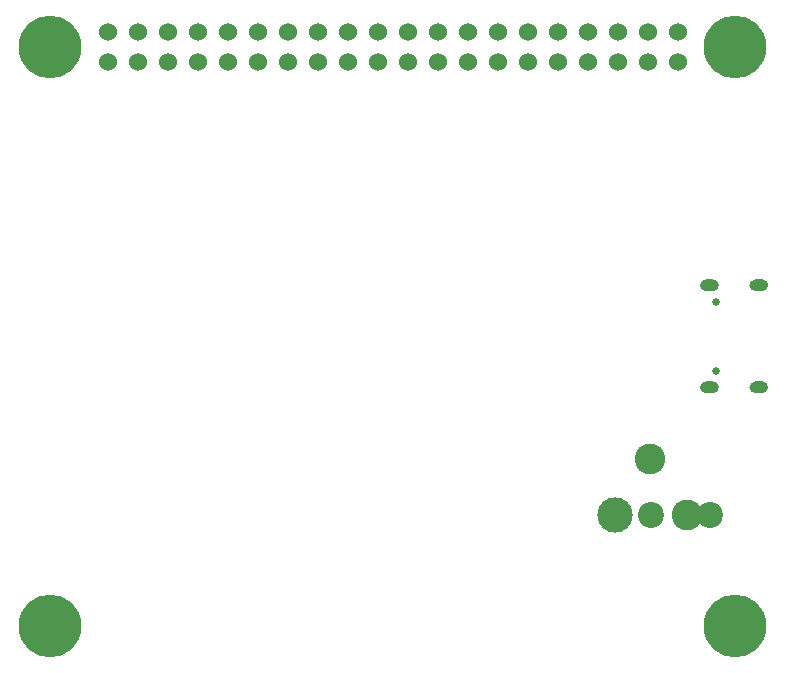
<source format=gbs>
%TF.GenerationSoftware,KiCad,Pcbnew,(5.1.8)-1*%
%TF.CreationDate,2021-02-22T22:13:28+01:00*%
%TF.ProjectId,radioberry-juice,72616469-6f62-4657-9272-792d6a756963,rev?*%
%TF.SameCoordinates,Original*%
%TF.FileFunction,Soldermask,Bot*%
%TF.FilePolarity,Negative*%
%FSLAX46Y46*%
G04 Gerber Fmt 4.6, Leading zero omitted, Abs format (unit mm)*
G04 Created by KiCad (PCBNEW (5.1.8)-1) date 2021-02-22 22:13:28*
%MOMM*%
%LPD*%
G01*
G04 APERTURE LIST*
%ADD10C,2.200000*%
%ADD11C,2.600000*%
%ADD12C,3.000000*%
%ADD13C,0.670000*%
%ADD14C,5.300000*%
%ADD15C,1.524000*%
G04 APERTURE END LIST*
D10*
%TO.C,CN1*%
X149400000Y-114100000D03*
X144400000Y-114100000D03*
D11*
X144300000Y-109400000D03*
X147450000Y-114100000D03*
D12*
X141300000Y-114100000D03*
%TD*%
D13*
%TO.C,J2*%
X149850000Y-96100000D03*
X149850000Y-101900000D03*
G36*
G01*
X153800000Y-103820000D02*
X153200000Y-103820000D01*
G75*
G02*
X152700000Y-103320000I0J500000D01*
G01*
X152700000Y-103320000D01*
G75*
G02*
X153200000Y-102820000I500000J0D01*
G01*
X153800000Y-102820000D01*
G75*
G02*
X154300000Y-103320000I0J-500000D01*
G01*
X154300000Y-103320000D01*
G75*
G02*
X153800000Y-103820000I-500000J0D01*
G01*
G37*
G36*
G01*
X153800000Y-95180000D02*
X153200000Y-95180000D01*
G75*
G02*
X152700000Y-94680000I0J500000D01*
G01*
X152700000Y-94680000D01*
G75*
G02*
X153200000Y-94180000I500000J0D01*
G01*
X153800000Y-94180000D01*
G75*
G02*
X154300000Y-94680000I0J-500000D01*
G01*
X154300000Y-94680000D01*
G75*
G02*
X153800000Y-95180000I-500000J0D01*
G01*
G37*
G36*
G01*
X149620000Y-95180000D02*
X149020000Y-95180000D01*
G75*
G02*
X148520000Y-94680000I0J500000D01*
G01*
X148520000Y-94680000D01*
G75*
G02*
X149020000Y-94180000I500000J0D01*
G01*
X149620000Y-94180000D01*
G75*
G02*
X150120000Y-94680000I0J-500000D01*
G01*
X150120000Y-94680000D01*
G75*
G02*
X149620000Y-95180000I-500000J0D01*
G01*
G37*
G36*
G01*
X149620000Y-103820000D02*
X149020000Y-103820000D01*
G75*
G02*
X148520000Y-103320000I0J500000D01*
G01*
X148520000Y-103320000D01*
G75*
G02*
X149020000Y-102820000I500000J0D01*
G01*
X149620000Y-102820000D01*
G75*
G02*
X150120000Y-103320000I0J-500000D01*
G01*
X150120000Y-103320000D01*
G75*
G02*
X149620000Y-103820000I-500000J0D01*
G01*
G37*
%TD*%
D14*
%TO.C,J7*%
X151500000Y-123500000D03*
%TD*%
%TO.C,J6*%
X93500000Y-123500000D03*
%TD*%
%TO.C,J5*%
X151500000Y-74500000D03*
%TD*%
%TO.C,J4*%
X93500000Y-74500000D03*
%TD*%
D15*
%TO.C,J3*%
X146630000Y-73230000D03*
X146630000Y-75770000D03*
X144090000Y-73230000D03*
X144090000Y-75770000D03*
X141550000Y-73230000D03*
X141550000Y-75770000D03*
X139010000Y-73230000D03*
X139010000Y-75770000D03*
X136470000Y-73230000D03*
X136470000Y-75770000D03*
X133930000Y-73230000D03*
X133930000Y-75770000D03*
X131390000Y-73230000D03*
X131390000Y-75770000D03*
X128850000Y-73230000D03*
X128850000Y-75770000D03*
X126310000Y-73230000D03*
X126310000Y-75770000D03*
X123770000Y-73230000D03*
X123770000Y-75770000D03*
X121230000Y-73230000D03*
X121230000Y-75770000D03*
X118690000Y-73230000D03*
X118690000Y-75770000D03*
X116150000Y-73230000D03*
X116150000Y-75770000D03*
X113610000Y-73230000D03*
X113610000Y-75770000D03*
X111070000Y-73230000D03*
X111070000Y-75770000D03*
X108530000Y-73230000D03*
X108530000Y-75770000D03*
X105990000Y-73230000D03*
X105990000Y-75770000D03*
X103450000Y-73230000D03*
X103450000Y-75770000D03*
X100910000Y-73230000D03*
X100910000Y-75770000D03*
X98370000Y-73230000D03*
X98370000Y-75770000D03*
%TD*%
M02*

</source>
